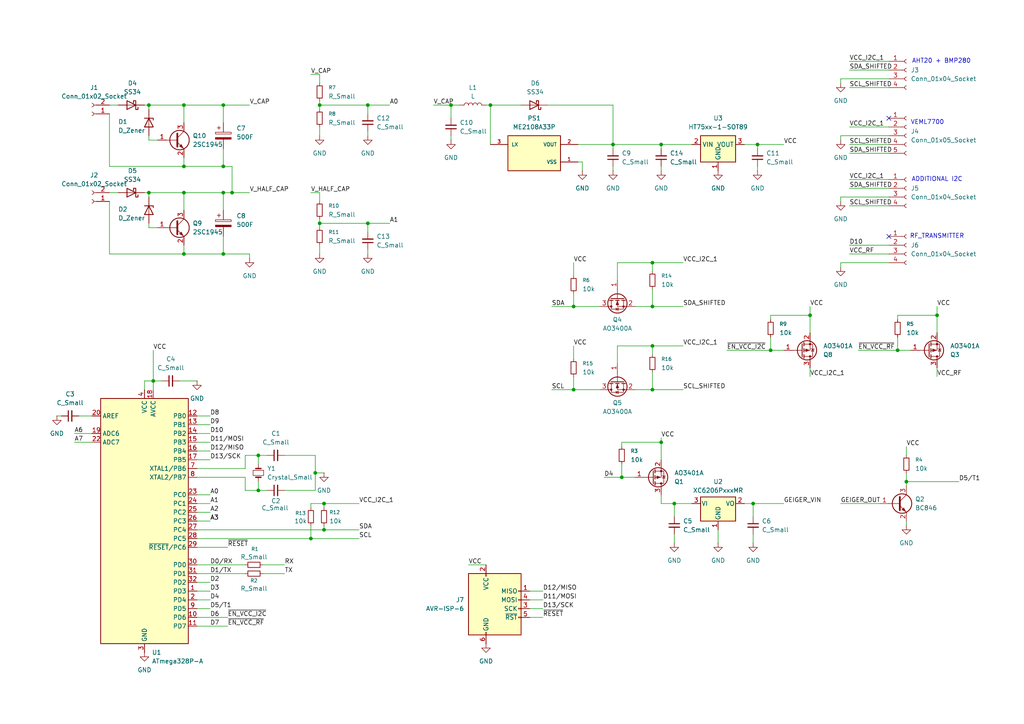
<source format=kicad_sch>
(kicad_sch (version 20250114) (generator "eeschema") (generator_version "9.0")
  (paper "A4")
  (lib_symbols
    (symbol "Connector:AVR-ISP-6" (pin_names (offset 1.016))
      (property "Reference" "J" (at -6.35 11.43 0))
      (property "Value" "AVR-ISP-6" (at 0 11.43 0))
      (symbol "AVR-ISP-6_1_1"
        (pin passive line (at -2.54 12.7 270) (length 2.54) (name "VCC") (number "2"))
        (pin passive line (at -2.54 -10.16 90) (length 2.54) (name "GND") (number "6"))
        (pin passive line (at 10.16 5.08 180) (length 2.54) (name "MISO") (number "1"))
        (pin passive line (at 10.16 2.54 180) (length 2.54) (name "MOSI") (number "4"))
        (pin passive line (at 10.16 0 180) (length 2.54) (name "SCK") (number "3"))
        (pin passive line (at 10.16 -2.54 180) (length 2.54) (name "~{RST}") (number "5"))
      )
    )
    (symbol "Connector:Conn_01x02_Socket" (pin_names (offset 1.016) (hide yes))
      (property "Reference" "J" (at 0 2.54 0))
      (property "Value" "Conn_01x02_Socket" (at 0 -5.08 0))
      (symbol "Conn_01x02_Socket_1_1"
        (pin passive line (at -5.08 0 0) (length 3.81) (name "Pin_1") (number "1"))
        (pin passive line (at -5.08 -2.54 0) (length 3.81) (name "Pin_2") (number "2"))
      )
    )
    (symbol "Connector:Conn_01x04_Socket" (pin_names (offset 1.016) (hide yes))
      (property "Reference" "J" (at 0 5.08 0))
      (property "Value" "Conn_01x04_Socket" (at 0 -7.62 0))
      (symbol "Conn_01x04_Socket_1_1"
        (pin passive line (at -5.08 2.54 0) (length 3.81) (name "Pin_1") (number "1"))
        (pin passive line (at -5.08 0 0) (length 3.81) (name "Pin_2") (number "2"))
        (pin passive line (at -5.08 -2.54 0) (length 3.81) (name "Pin_3") (number "3"))
        (pin passive line (at -5.08 -5.08 0) (length 3.81) (name "Pin_4") (number "4"))
      )
    )
    (symbol "Connector:Conn_01x05_Socket" (pin_names (offset 1.016) (hide yes))
      (property "Reference" "J" (at 0 7.62 0))
      (property "Value" "Conn_01x05_Socket" (at 0 -7.62 0))
      (symbol "Conn_01x05_Socket_1_1"
        (pin passive line (at -5.08 5.08 0) (length 3.81) (name "Pin_1") (number "1"))
        (pin passive line (at -5.08 2.54 0) (length 3.81) (name "Pin_2") (number "2"))
        (pin passive line (at -5.08 0 0) (length 3.81) (name "Pin_3") (number "3"))
        (pin passive line (at -5.08 -2.54 0) (length 3.81) (name "Pin_4") (number "4"))
        (pin passive line (at -5.08 -5.08 0) (length 3.81) (name "Pin_5") (number "5"))
      )
    )
    (symbol "Device:C_Polarized" (pin_numbers (hide yes)) (pin_names (offset 0.254))
      (property "Reference" "C" (at 0.635 2.54 0))
      (property "Value" "C_Polarized" (at 0.635 -2.54 0))
      (symbol "C_Polarized_1_1"
        (pin passive line (at 0 3.81 270) (length 2.794) (name "~") (number "1"))
        (pin passive line (at 0 -3.81 90) (length 2.794) (name "~") (number "2"))
      )
    )
    (symbol "Device:C_Small" (pin_numbers (hide yes)) (pin_names (offset 0.254) (hide yes))
      (property "Reference" "C" (at 0.254 1.778 0))
      (property "Value" "C_Small" (at 0.254 -2.032 0))
      (symbol "C_Small_1_1"
        (pin passive line (at 0 2.54 270) (length 2.032) (name "~") (number "1"))
        (pin passive line (at 0 -2.54 90) (length 2.032) (name "~") (number "2"))
      )
    )
    (symbol "Device:Crystal_Small" (pin_numbers (hide yes)) (pin_names (offset 1.016) (hide yes))
      (property "Reference" "Y" (at 0 2.54 0))
      (property "Value" "Crystal_Small" (at 0 -2.54 0))
      (symbol "Crystal_Small_1_1"
        (pin passive line (at -2.54 0 0) (length 1.27) (name "1") (number "1"))
        (pin passive line (at 2.54 0 180) (length 1.27) (name "2") (number "2"))
      )
    )
    (symbol "Device:D_Zener" (pin_numbers (hide yes)) (pin_names (offset 1.016) (hide yes))
      (property "Reference" "D" (at 0 2.54 0))
      (property "Value" "D_Zener" (at 0 -2.54 0))
      (symbol "D_Zener_1_1"
        (pin passive line (at -3.81 0 0) (length 2.54) (name "K") (number "1"))
        (pin passive line (at 3.81 0 180) (length 2.54) (name "A") (number "2"))
      )
    )
    (symbol "Device:L" (pin_numbers (hide yes)) (pin_names (offset 1.016) (hide yes))
      (property "Reference" "L" (at -1.27 0 90))
      (property "Value" "L" (at 1.905 0 90))
      (symbol "L_1_1"
        (pin passive line (at 0 3.81 270) (length 1.27) (name "1") (number "1"))
        (pin passive line (at 0 -3.81 90) (length 1.27) (name "2") (number "2"))
      )
    )
    (symbol "Device:R_Small" (pin_numbers (hide yes)) (pin_names (offset 0.254) (hide yes))
      (property "Reference" "R" (at 0 0 90))
      (property "Value" "R_Small" (at 1.778 0 90))
      (symbol "R_Small_1_1"
        (pin passive line (at 0 2.54 270) (length 0.762) (name "~") (number "1"))
        (pin passive line (at 0 -2.54 90) (length 0.762) (name "~") (number "2"))
      )
    )
    (symbol "Diode:SS34" (pin_numbers (hide yes)) (pin_names (offset 1.016) (hide yes))
      (property "Reference" "D" (at 0 2.54 0))
      (property "Value" "SS34" (at 0 -2.54 0))
      (symbol "SS34_1_1"
        (pin passive line (at -3.81 0 0) (length 2.54) (name "K") (number "1"))
        (pin passive line (at 3.81 0 180) (length 2.54) (name "A") (number "2"))
      )
    )
    (symbol "MCU_Microchip_ATmega:ATmega328P-A"
      (property "Reference" "U" (at -12.7 36.83 0))
      (property "Value" "ATmega328P-A" (at 2.54 -36.83 0))
      (symbol "ATmega328P-A_1_1"
        (pin passive line (at -15.24 30.48 0) (length 2.54) (name "AREF") (number "20"))
        (pin input line (at -15.24 25.4 0) (length 2.54) (name "ADC6") (number "19"))
        (pin input line (at -15.24 22.86 0) (length 2.54) (name "ADC7") (number "22"))
        (pin power_in line (at 0 38.1 270) (length 2.54) (name "VCC") (number "4"))
        (pin passive line (at 0 38.1 270) (length 2.54) (hide yes) (name "VCC") (number "6"))
        (pin passive line (at 0 -38.1 90) (length 2.54) (hide yes) (name "GND") (number "21"))
        (pin power_in line (at 0 -38.1 90) (length 2.54) (name "GND") (number "3"))
        (pin passive line (at 0 -38.1 90) (length 2.54) (hide yes) (name "GND") (number "5"))
        (pin power_in line (at 2.54 38.1 270) (length 2.54) (name "AVCC") (number "18"))
        (pin bidirectional line (at 15.24 30.48 180) (length 2.54) (name "PB0") (number "12"))
        (pin bidirectional line (at 15.24 27.94 180) (length 2.54) (name "PB1") (number "13"))
        (pin bidirectional line (at 15.24 25.4 180) (length 2.54) (name "PB2") (number "14"))
        (pin bidirectional line (at 15.24 22.86 180) (length 2.54) (name "PB3") (number "15"))
        (pin bidirectional line (at 15.24 20.32 180) (length 2.54) (name "PB4") (number "16"))
        (pin bidirectional line (at 15.24 17.78 180) (length 2.54) (name "PB5") (number "17"))
        (pin bidirectional line (at 15.24 15.24 180) (length 2.54) (name "XTAL1/PB6") (number "7"))
        (pin bidirectional line (at 15.24 12.7 180) (length 2.54) (name "XTAL2/PB7") (number "8"))
        (pin bidirectional line (at 15.24 7.62 180) (length 2.54) (name "PC0") (number "23"))
        (pin bidirectional line (at 15.24 5.08 180) (length 2.54) (name "PC1") (number "24"))
        (pin bidirectional line (at 15.24 2.54 180) (length 2.54) (name "PC2") (number "25"))
        (pin bidirectional line (at 15.24 0 180) (length 2.54) (name "PC3") (number "26"))
        (pin bidirectional line (at 15.24 -2.54 180) (length 2.54) (name "PC4") (number "27"))
        (pin bidirectional line (at 15.24 -5.08 180) (length 2.54) (name "PC5") (number "28"))
        (pin bidirectional line (at 15.24 -7.62 180) (length 2.54) (name "~{RESET}/PC6") (number "29"))
        (pin bidirectional line (at 15.24 -12.7 180) (length 2.54) (name "PD0") (number "30"))
        (pin bidirectional line (at 15.24 -15.24 180) (length 2.54) (name "PD1") (number "31"))
        (pin bidirectional line (at 15.24 -17.78 180) (length 2.54) (name "PD2") (number "32"))
        (pin bidirectional line (at 15.24 -20.32 180) (length 2.54) (name "PD3") (number "1"))
        (pin bidirectional line (at 15.24 -22.86 180) (length 2.54) (name "PD4") (number "2"))
        (pin bidirectional line (at 15.24 -25.4 180) (length 2.54) (name "PD5") (number "9"))
        (pin bidirectional line (at 15.24 -27.94 180) (length 2.54) (name "PD6") (number "10"))
        (pin bidirectional line (at 15.24 -30.48 180) (length 2.54) (name "PD7") (number "11"))
      )
    )
    (symbol "ME2108A33P:ME2108A33P" (pin_names (offset 1.016))
      (property "Reference" "PS" (at -7.62 5.842 0))
      (property "Value" "ME2108A33P" (at -7.62 -5.842 0))
      (symbol "ME2108A33P_0_0"
        (pin input line (at -12.7 2.54 0) (length 5.08) (name "LX") (number "3"))
        (pin output line (at 12.7 2.54 180) (length 5.08) (name "VOUT") (number "2"))
        (pin power_in line (at 12.7 -2.54 180) (length 5.08) (name "VSS") (number "1"))
      )
    )
    (symbol "Regulator_Linear:HT75xx-1-SOT89"
      (property "Reference" "U" (at -5.08 -3.81 0))
      (property "Value" "HT75xx-1-SOT89" (at 0 6.35 0))
      (symbol "HT75xx-1-SOT89_1_1"
        (pin power_in line (at -7.62 2.54 0) (length 2.54) (name "VIN") (number "2"))
        (pin power_in line (at 0 -5.08 90) (length 2.54) (name "GND") (number "1"))
        (pin power_out line (at 7.62 2.54 180) (length 2.54) (name "VOUT") (number "3"))
      )
    )
    (symbol "Regulator_Linear:XC6206PxxxMR" (pin_names (offset 0.254))
      (property "Reference" "U" (at -3.81 3.175 0))
      (property "Value" "XC6206PxxxMR" (at 0 3.175 0))
      (symbol "XC6206PxxxMR_1_1"
        (pin power_in line (at -7.62 0 0) (length 2.54) (name "VI") (number "3"))
        (pin power_in line (at 0 -7.62 90) (length 2.54) (name "GND") (number "1"))
        (pin power_out line (at 7.62 0 180) (length 2.54) (name "VO") (number "2"))
      )
    )
    (symbol "Transistor_BJT:2SC1945" (pin_names (offset 0) (hide yes))
      (property "Reference" "Q" (at 5.08 1.905 0))
      (property "Value" "2SC1945" (at 5.08 0 0))
      (symbol "2SC1945_1_1"
        (pin input line (at -5.08 0 0) (length 2.54) (name "B") (number "1"))
        (pin passive line (at 2.54 5.08 270) (length 2.54) (name "C") (number "3"))
        (pin passive line (at 2.54 -5.08 90) (length 2.54) (name "E") (number "2"))
      )
    )
    (symbol "Transistor_BJT:BC846" (pin_names (offset 0) (hide yes))
      (property "Reference" "Q" (at 5.08 1.905 0))
      (property "Value" "BC846" (at 5.08 0 0))
      (symbol "BC846_1_1"
        (pin input line (at -5.08 0 0) (length 2.54) (name "B") (number "1"))
        (pin passive line (at 2.54 5.08 270) (length 2.54) (name "C") (number "3"))
        (pin passive line (at 2.54 -5.08 90) (length 2.54) (name "E") (number "2"))
      )
    )
    (symbol "Transistor_FET:AO3400A" (pin_names (offset 0) (hide yes))
      (property "Reference" "Q" (at 5.08 1.905 0))
      (property "Value" "AO3400A" (at 5.08 0 0))
      (symbol "AO3400A_1_1"
        (pin input line (at -5.08 0 0) (length 2.54) (name "G") (number "1"))
        (pin passive line (at 2.54 5.08 270) (length 2.54) (name "D") (number "3"))
        (pin passive line (at 2.54 -5.08 90) (length 2.54) (name "S") (number "2"))
      )
    )
    (symbol "Transistor_FET:AO3401A" (pin_names (hide yes))
      (property "Reference" "Q" (at 5.08 1.905 0))
      (property "Value" "AO3401A" (at 5.08 0 0))
      (symbol "AO3401A_1_1"
        (pin input line (at -5.08 0 0) (length 2.54) (name "G") (number "1"))
        (pin passive line (at 2.54 5.08 270) (length 2.54) (name "D") (number "3"))
        (pin passive line (at 2.54 -5.08 90) (length 2.54) (name "S") (number "2"))
      )
    )
    (symbol "power:GND" (power) (pin_numbers (hide yes)) (pin_names (offset 0) (hide yes))
      (property "Value" "GND" (at 0 -3.81 0))
      (symbol "GND_1_1"
        (pin power_in line (at 0 0 270) (length 0) (name "~") (number "1"))
      )
    )
  )
  (text "RF_TRANSMITTER" (at 271.78 68.58 0) (effects (font (size 1.27 1.27))))
  (text "VEML7700\n" (at 268.986 35.56 0) (effects (font (size 1.27 1.27))))
  (text "AHT20 + BMP280" (at 273.05 17.78 0) (effects (font (size 1.27 1.27))))
  (text "ADDITIONAL I2C" (at 271.78 52.07 0) (effects (font (size 1.27 1.27))))
  (junction (at 219.71 41.91))
  (junction (at 90.17 156.21))
  (junction (at 234.95 91.44))
  (junction (at 191.77 128.27))
  (junction (at 189.23 76.2))
  (junction (at 218.44 146.05))
  (junction (at 44.45 110.49))
  (junction (at 189.23 88.9))
  (junction (at 53.34 30.48))
  (junction (at 189.23 113.03))
  (junction (at 43.18 30.48))
  (junction (at 106.68 30.48))
  (junction (at 166.37 88.9))
  (junction (at 64.77 55.88))
  (junction (at 106.68 64.77))
  (junction (at 53.34 55.88))
  (junction (at 223.52 101.6))
  (junction (at 180.34 138.43))
  (junction (at 271.78 91.44))
  (junction (at 130.81 30.48))
  (junction (at 93.98 146.05))
  (junction (at 195.58 146.05))
  (junction (at 64.77 30.48))
  (junction (at 64.77 48.26))
  (junction (at 53.34 73.66))
  (junction (at 43.18 55.88))
  (junction (at 92.71 30.48))
  (junction (at 92.71 64.77))
  (junction (at 260.35 101.6))
  (junction (at 166.37 113.03))
  (junction (at 74.93 142.24))
  (junction (at 93.98 153.67))
  (junction (at 53.34 48.26))
  (junction (at 64.77 73.66))
  (junction (at 91.44 137.16))
  (junction (at 191.77 41.91))
  (junction (at 262.89 139.7))
  (junction (at 74.93 132.08))
  (junction (at 177.8 41.91))
  (junction (at 142.24 30.48))
  (junction (at 189.23 100.33))
  (junction (at 67.31 55.88))
  (no_connect (at 257.81 34.29))
  (no_connect (at 257.81 68.58))
  (wire (pts (xy 74.93 139.7) (xy 74.93 142.24)))
  (wire (pts (xy 208.28 153.67) (xy 208.28 157.48)))
  (wire (pts (xy 246.38 59.69) (xy 257.81 59.69)))
  (wire (pts (xy 177.8 30.48) (xy 177.8 41.91)))
  (wire (pts (xy 189.23 88.9) (xy 198.12 88.9)))
  (wire (pts (xy 166.37 80.01) (xy 166.37 76.2)))
  (wire (pts (xy 90.17 152.4) (xy 90.17 156.21)))
  (wire (pts (xy 260.35 101.6) (xy 264.16 101.6)))
  (wire (pts (xy 223.52 92.71) (xy 223.52 91.44)))
  (wire (pts (xy 246.38 36.83) (xy 257.81 36.83)))
  (wire (pts (xy 16.51 120.65) (xy 17.78 120.65)))
  (wire (pts (xy 106.68 64.77) (xy 106.68 67.31)))
  (wire (pts (xy 57.15 173.99) (xy 60.96 173.99)))
  (wire (pts (xy 53.34 73.66) (xy 31.75 73.66)))
  (wire (pts (xy 64.77 43.18) (xy 64.77 48.26)))
  (wire (pts (xy 166.37 113.03) (xy 173.99 113.03)))
  (wire (pts (xy 223.52 101.6) (xy 227.33 101.6)))
  (wire (pts (xy 74.93 132.08) (xy 74.93 134.62)))
  (wire (pts (xy 153.67 173.99) (xy 157.48 173.99)))
  (wire (pts (xy 223.52 91.44) (xy 234.95 91.44)))
  (wire (pts (xy 191.77 128.27) (xy 191.77 133.35)))
  (wire (pts (xy 219.71 41.91) (xy 227.33 41.91)))
  (wire (pts (xy 92.71 30.48) (xy 92.71 31.75)))
  (wire (pts (xy 57.15 158.75) (xy 66.04 158.75)))
  (wire (pts (xy 57.15 181.61) (xy 66.04 181.61)))
  (wire (pts (xy 246.38 44.45) (xy 257.81 44.45)))
  (wire (pts (xy 218.44 146.05) (xy 227.33 146.05)))
  (wire (pts (xy 260.35 97.79) (xy 260.35 101.6)))
  (wire (pts (xy 71.12 132.08) (xy 74.93 132.08)))
  (wire (pts (xy 41.91 55.88) (xy 43.18 55.88)))
  (wire (pts (xy 140.97 30.48) (xy 142.24 30.48)))
  (wire (pts (xy 219.71 41.91) (xy 219.71 43.18)))
  (wire (pts (xy 106.68 64.77) (xy 113.03 64.77)))
  (wire (pts (xy 243.84 39.37) (xy 257.81 39.37)))
  (wire (pts (xy 191.77 127) (xy 191.77 128.27)))
  (wire (pts (xy 243.84 146.05) (xy 255.27 146.05)))
  (wire (pts (xy 262.89 129.54) (xy 262.89 132.08)))
  (wire (pts (xy 57.15 176.53) (xy 60.96 176.53)))
  (wire (pts (xy 22.86 120.65) (xy 26.67 120.65)))
  (wire (pts (xy 243.84 76.2) (xy 243.84 77.47)))
  (wire (pts (xy 57.15 163.83) (xy 71.12 163.83)))
  (wire (pts (xy 57.15 179.07) (xy 66.04 179.07)))
  (wire (pts (xy 43.18 57.15) (xy 43.18 55.88)))
  (wire (pts (xy 177.8 48.26) (xy 177.8 49.53)))
  (wire (pts (xy 53.34 55.88) (xy 53.34 60.96)))
  (wire (pts (xy 92.71 55.88) (xy 92.71 58.42)))
  (wire (pts (xy 125.73 30.48) (xy 130.81 30.48)))
  (wire (pts (xy 106.68 38.1) (xy 106.68 39.37)))
  (wire (pts (xy 153.67 171.45) (xy 157.48 171.45)))
  (wire (pts (xy 158.75 30.48) (xy 177.8 30.48)))
  (wire (pts (xy 82.55 142.24) (xy 91.44 142.24)))
  (wire (pts (xy 195.58 146.05) (xy 195.58 149.86)))
  (wire (pts (xy 218.44 146.05) (xy 218.44 149.86)))
  (wire (pts (xy 57.15 166.37) (xy 71.12 166.37)))
  (wire (pts (xy 57.15 153.67) (xy 93.98 153.67)))
  (wire (pts (xy 243.84 22.86) (xy 243.84 24.13)))
  (wire (pts (xy 57.15 143.51) (xy 60.96 143.51)))
  (wire (pts (xy 180.34 134.62) (xy 180.34 138.43)))
  (wire (pts (xy 93.98 146.05) (xy 104.14 146.05)))
  (wire (pts (xy 177.8 41.91) (xy 191.77 41.91)))
  (wire (pts (xy 189.23 107.95) (xy 189.23 113.03)))
  (wire (pts (xy 92.71 64.77) (xy 106.68 64.77)))
  (wire (pts (xy 262.89 139.7) (xy 278.13 139.7)))
  (wire (pts (xy 262.89 137.16) (xy 262.89 139.7)))
  (wire (pts (xy 82.55 132.08) (xy 91.44 132.08)))
  (wire (pts (xy 43.18 30.48) (xy 53.34 30.48)))
  (wire (pts (xy 189.23 83.82) (xy 189.23 88.9)))
  (wire (pts (xy 191.77 41.91) (xy 200.66 41.91)))
  (wire (pts (xy 166.37 109.22) (xy 166.37 113.03)))
  (wire (pts (xy 57.15 135.89) (xy 71.12 135.89)))
  (wire (pts (xy 57.15 120.65) (xy 60.96 120.65)))
  (wire (pts (xy 43.18 40.64) (xy 45.72 40.64)))
  (wire (pts (xy 243.84 57.15) (xy 243.84 58.42)))
  (wire (pts (xy 189.23 100.33) (xy 198.12 100.33)))
  (wire (pts (xy 219.71 48.26) (xy 219.71 49.53)))
  (wire (pts (xy 53.34 55.88) (xy 64.77 55.88)))
  (wire (pts (xy 130.81 39.37) (xy 130.81 40.64)))
  (wire (pts (xy 90.17 21.59) (xy 92.71 21.59)))
  (wire (pts (xy 52.07 110.49) (xy 57.15 110.49)))
  (wire (pts (xy 21.59 128.27) (xy 26.67 128.27)))
  (wire (pts (xy 92.71 36.83) (xy 92.71 39.37)))
  (wire (pts (xy 93.98 152.4) (xy 93.98 153.67)))
  (wire (pts (xy 76.2 163.83) (xy 82.55 163.83)))
  (wire (pts (xy 53.34 48.26) (xy 64.77 48.26)))
  (wire (pts (xy 57.15 138.43) (xy 71.12 138.43)))
  (wire (pts (xy 246.38 20.32) (xy 257.81 20.32)))
  (wire (pts (xy 64.77 73.66) (xy 72.39 73.66)))
  (wire (pts (xy 130.81 30.48) (xy 130.81 34.29)))
  (wire (pts (xy 64.77 55.88) (xy 67.31 55.88)))
  (wire (pts (xy 195.58 146.05) (xy 200.66 146.05)))
  (wire (pts (xy 271.78 106.68) (xy 271.78 109.22)))
  (wire (pts (xy 44.45 110.49) (xy 46.99 110.49)))
  (wire (pts (xy 175.26 138.43) (xy 180.34 138.43)))
  (wire (pts (xy 57.15 128.27) (xy 60.96 128.27)))
  (wire (pts (xy 76.2 166.37) (xy 82.55 166.37)))
  (wire (pts (xy 195.58 154.94) (xy 195.58 157.48)))
  (wire (pts (xy 166.37 88.9) (xy 173.99 88.9)))
  (wire (pts (xy 21.59 125.73) (xy 26.67 125.73)))
  (wire (pts (xy 142.24 30.48) (xy 142.24 41.91)))
  (wire (pts (xy 64.77 68.58) (xy 64.77 73.66)))
  (wire (pts (xy 215.9 146.05) (xy 218.44 146.05)))
  (wire (pts (xy 179.07 100.33) (xy 189.23 100.33)))
  (wire (pts (xy 191.77 48.26) (xy 191.77 49.53)))
  (wire (pts (xy 248.92 101.6) (xy 260.35 101.6)))
  (wire (pts (xy 215.9 41.91) (xy 219.71 41.91)))
  (wire (pts (xy 246.38 52.07) (xy 257.81 52.07)))
  (wire (pts (xy 92.71 21.59) (xy 92.71 24.13)))
  (wire (pts (xy 31.75 30.48) (xy 34.29 30.48)))
  (wire (pts (xy 179.07 76.2) (xy 179.07 81.28)))
  (wire (pts (xy 71.12 135.89) (xy 71.12 132.08)))
  (wire (pts (xy 53.34 30.48) (xy 64.77 30.48)))
  (wire (pts (xy 223.52 97.79) (xy 223.52 101.6)))
  (wire (pts (xy 93.98 146.05) (xy 93.98 147.32)))
  (wire (pts (xy 243.84 39.37) (xy 243.84 40.64)))
  (wire (pts (xy 57.15 156.21) (xy 90.17 156.21)))
  (wire (pts (xy 43.18 64.77) (xy 43.18 66.04)))
  (wire (pts (xy 243.84 76.2) (xy 257.81 76.2)))
  (wire (pts (xy 191.77 41.91) (xy 191.77 43.18)))
  (wire (pts (xy 91.44 132.08) (xy 91.44 137.16)))
  (wire (pts (xy 64.77 48.26) (xy 67.31 48.26)))
  (wire (pts (xy 246.38 54.61) (xy 257.81 54.61)))
  (wire (pts (xy 160.02 113.03) (xy 166.37 113.03)))
  (wire (pts (xy 191.77 146.05) (xy 195.58 146.05)))
  (wire (pts (xy 167.64 41.91) (xy 177.8 41.91)))
  (wire (pts (xy 53.34 45.72) (xy 53.34 48.26)))
  (wire (pts (xy 44.45 113.03) (xy 44.45 110.49)))
  (wire (pts (xy 43.18 39.37) (xy 43.18 40.64)))
  (wire (pts (xy 234.95 88.9) (xy 234.95 91.44)))
  (wire (pts (xy 64.77 55.88) (xy 64.77 60.96)))
  (wire (pts (xy 189.23 76.2) (xy 198.12 76.2)))
  (wire (pts (xy 41.91 110.49) (xy 44.45 110.49)))
  (wire (pts (xy 153.67 179.07) (xy 157.48 179.07)))
  (wire (pts (xy 180.34 128.27) (xy 191.77 128.27)))
  (wire (pts (xy 57.15 125.73) (xy 60.96 125.73)))
  (wire (pts (xy 64.77 30.48) (xy 64.77 35.56)))
  (wire (pts (xy 92.71 71.12) (xy 92.71 73.66)))
  (wire (pts (xy 92.71 30.48) (xy 106.68 30.48)))
  (wire (pts (xy 177.8 41.91) (xy 177.8 43.18)))
  (wire (pts (xy 179.07 100.33) (xy 179.07 105.41)))
  (wire (pts (xy 44.45 101.6) (xy 44.45 110.49)))
  (wire (pts (xy 246.38 71.12) (xy 257.81 71.12)))
  (wire (pts (xy 90.17 55.88) (xy 92.71 55.88)))
  (wire (pts (xy 57.15 123.19) (xy 60.96 123.19)))
  (wire (pts (xy 90.17 147.32) (xy 90.17 146.05)))
  (wire (pts (xy 90.17 146.05) (xy 93.98 146.05)))
  (wire (pts (xy 246.38 73.66) (xy 257.81 73.66)))
  (wire (pts (xy 57.15 148.59) (xy 60.96 148.59)))
  (wire (pts (xy 166.37 104.14) (xy 166.37 100.33)))
  (wire (pts (xy 53.34 30.48) (xy 53.34 35.56)))
  (wire (pts (xy 92.71 63.5) (xy 92.71 64.77)))
  (wire (pts (xy 243.84 57.15) (xy 257.81 57.15)))
  (wire (pts (xy 57.15 130.81) (xy 60.96 130.81)))
  (wire (pts (xy 180.34 129.54) (xy 180.34 128.27)))
  (wire (pts (xy 168.91 46.99) (xy 168.91 49.53)))
  (wire (pts (xy 130.81 30.48) (xy 133.35 30.48)))
  (wire (pts (xy 166.37 85.09) (xy 166.37 88.9)))
  (wire (pts (xy 246.38 41.91) (xy 257.81 41.91)))
  (wire (pts (xy 106.68 30.48) (xy 113.03 30.48)))
  (wire (pts (xy 167.64 46.99) (xy 168.91 46.99)))
  (wire (pts (xy 262.89 151.13) (xy 262.89 152.4)))
  (wire (pts (xy 135.89 163.83) (xy 140.97 163.83)))
  (wire (pts (xy 160.02 88.9) (xy 166.37 88.9)))
  (wire (pts (xy 71.12 138.43) (xy 71.12 142.24)))
  (wire (pts (xy 189.23 100.33) (xy 189.23 102.87)))
  (wire (pts (xy 72.39 73.66) (xy 72.39 74.93)))
  (wire (pts (xy 106.68 72.39) (xy 106.68 73.66)))
  (wire (pts (xy 91.44 137.16) (xy 93.98 137.16)))
  (wire (pts (xy 90.17 156.21) (xy 104.14 156.21)))
  (wire (pts (xy 92.71 64.77) (xy 92.71 66.04)))
  (wire (pts (xy 246.38 25.4) (xy 257.81 25.4)))
  (wire (pts (xy 57.15 146.05) (xy 60.96 146.05)))
  (wire (pts (xy 53.34 48.26) (xy 31.75 48.26)))
  (wire (pts (xy 142.24 30.48) (xy 151.13 30.48)))
  (wire (pts (xy 271.78 91.44) (xy 271.78 96.52)))
  (wire (pts (xy 31.75 55.88) (xy 34.29 55.88)))
  (wire (pts (xy 246.38 17.78) (xy 257.81 17.78)))
  (wire (pts (xy 184.15 113.03) (xy 189.23 113.03)))
  (wire (pts (xy 43.18 66.04) (xy 45.72 66.04)))
  (wire (pts (xy 260.35 92.71) (xy 260.35 91.44)))
  (wire (pts (xy 92.71 29.21) (xy 92.71 30.48)))
  (wire (pts (xy 53.34 71.12) (xy 53.34 73.66)))
  (wire (pts (xy 41.91 30.48) (xy 43.18 30.48)))
  (wire (pts (xy 71.12 142.24) (xy 74.93 142.24)))
  (wire (pts (xy 43.18 31.75) (xy 43.18 30.48)))
  (wire (pts (xy 180.34 138.43) (xy 184.15 138.43)))
  (wire (pts (xy 74.93 132.08) (xy 77.47 132.08)))
  (wire (pts (xy 234.95 106.68) (xy 234.95 109.22)))
  (wire (pts (xy 31.75 58.42) (xy 31.75 73.66)))
  (wire (pts (xy 93.98 153.67) (xy 104.14 153.67)))
  (wire (pts (xy 179.07 76.2) (xy 189.23 76.2)))
  (wire (pts (xy 67.31 55.88) (xy 72.39 55.88)))
  (wire (pts (xy 210.82 101.6) (xy 223.52 101.6)))
  (wire (pts (xy 218.44 154.94) (xy 218.44 157.48)))
  (wire (pts (xy 106.68 30.48) (xy 106.68 33.02)))
  (wire (pts (xy 74.93 142.24) (xy 77.47 142.24)))
  (wire (pts (xy 184.15 88.9) (xy 189.23 88.9)))
  (wire (pts (xy 43.18 55.88) (xy 53.34 55.88)))
  (wire (pts (xy 57.15 168.91) (xy 60.96 168.91)))
  (wire (pts (xy 57.15 133.35) (xy 60.96 133.35)))
  (wire (pts (xy 64.77 30.48) (xy 72.39 30.48)))
  (wire (pts (xy 53.34 73.66) (xy 64.77 73.66)))
  (wire (pts (xy 67.31 48.26) (xy 67.31 55.88)))
  (wire (pts (xy 191.77 143.51) (xy 191.77 146.05)))
  (wire (pts (xy 260.35 91.44) (xy 271.78 91.44)))
  (wire (pts (xy 31.75 33.02) (xy 31.75 48.26)))
  (wire (pts (xy 234.95 91.44) (xy 234.95 96.52)))
  (wire (pts (xy 57.15 151.13) (xy 60.96 151.13)))
  (wire (pts (xy 189.23 76.2) (xy 189.23 78.74)))
  (wire (pts (xy 57.15 171.45) (xy 60.96 171.45)))
  (wire (pts (xy 271.78 88.9) (xy 271.78 91.44)))
  (wire (pts (xy 189.23 113.03) (xy 198.12 113.03)))
  (wire (pts (xy 243.84 22.86) (xy 257.81 22.86)))
  (wire (pts (xy 153.67 176.53) (xy 157.48 176.53)))
  (wire (pts (xy 91.44 137.16) (xy 91.44 142.24)))
  (wire (pts (xy 41.91 113.03) (xy 41.91 110.49)))
  (wire (pts (xy 262.89 139.7) (xy 262.89 140.97)))
  (label "D10" (at 60.96 125.73 0))
  (label "V_HALF_CAP" (at 72.39 55.88 0))
  (label "VCC_I2C_1" (at 246.38 36.83 0))
  (label "D1{slash}TX" (at 60.96 166.37 0))
  (label "GEIGER_OUT" (at 243.84 146.05 0))
  (label "D11{slash}MOSI" (at 157.48 173.99 0))
  (label "D2" (at 60.96 168.91 0))
  (label "D4" (at 60.96 173.99 0))
  (label "~{EN_VCC_RF}" (at 248.92 101.6 0))
  (label "V_CAP" (at 125.73 30.48 0))
  (label "~{EN_VCC_I2C}" (at 210.82 101.6 0))
  (label "VCC_I2C_1" (at 198.12 100.33 0))
  (label "SDA" (at 160.02 88.9 0))
  (label "SDA" (at 104.14 153.67 0))
  (label "V_CAP" (at 90.17 21.59 0))
  (label "SCL_SHIFTED" (at 198.12 113.03 0))
  (label "VCC_RF" (at 271.78 109.22 0))
  (label "D12{slash}MISO" (at 60.96 130.81 0))
  (label "SDA_SHIFTED" (at 198.12 88.9 0))
  (label "D8" (at 60.96 120.65 0))
  (label "VCC" (at 166.37 76.2 0))
  (label "SCL_SHIFTED" (at 246.38 59.69 0))
  (label "SCL" (at 104.14 156.21 0))
  (label "D5{slash}T1" (at 60.96 176.53 0))
  (label "D12{slash}MISO" (at 157.48 171.45 0))
  (label "A2" (at 60.96 148.59 0))
  (label "D3" (at 60.96 171.45 0))
  (label "VCC" (at 227.33 41.91 0))
  (label "A0" (at 60.96 143.51 0))
  (label "GEIGER_VIN" (at 227.33 146.05 0))
  (label "VCC" (at 262.89 129.54 0))
  (label "SDA_SHIFTED" (at 246.38 44.45 0))
  (label "D7" (at 60.96 181.61 0))
  (label "SDA_SHIFTED" (at 246.38 20.32 0))
  (label "V_HALF_CAP" (at 90.17 55.88 0))
  (label "~{EN_VCC_RF}" (at 66.04 181.61 0))
  (label "SCL_SHIFTED" (at 246.38 41.91 0))
  (label "VCC" (at 166.37 100.33 0))
  (label "V_CAP" (at 72.39 30.48 0))
  (label "VCC" (at 191.77 127 0))
  (label "SCL" (at 160.02 113.03 0))
  (label "VCC" (at 44.45 101.6 0))
  (label "VCC" (at 234.95 88.9 0))
  (label "A0" (at 113.03 30.48 0))
  (label "D11{slash}MOSI" (at 60.96 128.27 0))
  (label "TX" (at 82.55 166.37 0))
  (label "~{RESET}" (at 66.04 158.75 0))
  (label "D9" (at 60.96 123.19 0))
  (label "VCC_I2C_1" (at 234.95 109.22 0))
  (label "RX" (at 82.55 163.83 0))
  (label "D10" (at 246.38 71.12 0))
  (label "D0{slash}RX" (at 60.96 163.83 0))
  (label "D13{slash}SCK" (at 60.96 133.35 0))
  (label "VCC_I2C_1" (at 104.14 146.05 0))
  (label "VCC_I2C_1" (at 246.38 52.07 0))
  (label "SCL_SHIFTED" (at 246.38 25.4 0))
  (label "A7" (at 21.59 128.27 0))
  (label "A1" (at 60.96 146.05 0))
  (label "VCC_RF" (at 246.38 73.66 0))
  (label "D13{slash}SCK" (at 157.48 176.53 0))
  (label "VCC_I2C_1" (at 246.38 17.78 0))
  (label "A3" (at 60.96 151.13 0))
  (label "VCC_I2C_1" (at 198.12 76.2 0))
  (label "VCC" (at 135.89 163.83 0))
  (label "A1" (at 113.03 64.77 0))
  (label "~{RESET}" (at 157.48 179.07 0))
  (label "A3" (at 60.96 151.13 0))
  (label "D5{slash}T1" (at 278.13 139.7 0))
  (label "~{EN_VCC_I2C}" (at 66.04 179.07 0))
  (label "SDA_SHIFTED" (at 246.38 54.61 0))
  (label "D4" (at 175.26 138.43 0))
  (label "VCC" (at 271.78 88.9 0))
  (label "A6" (at 21.59 125.73 0))
  (label "D6" (at 60.96 179.07 0))
  (symbol (lib_id "power:GND") (at 195.58 157.48 0) (unit 1)
    (property "Reference" "#PWR05" (effects (hide yes)))
    (property "Value" "GND" (at 195.58 162.56 0))
    (property "Description" "Power symbol creates a global label with name \"GND\" , ground" (effects (hide yes)))
  )
  (symbol (lib_id "Device:C_Small") (at 177.8 45.72 180) (unit 1)
    (property "Reference" "C9" (at 180.34 44.4435 0) (effects (justify right)))
    (property "Value" "C_Small" (at 180.34 46.9835 0) (effects (justify right)))
    (property "Footprint" "Capacitor_SMD:C_1206_3216Metric" (effects (hide yes)))
    (property "Description" "Unpolarized capacitor, small symbol" (effects (hide yes)))
  )
  (symbol (lib_id "Device:R_Small") (at 93.98 149.86 180) (unit 1)
    (property "Reference" "R12" (at 95.504 148.59 0) (effects (font (size 1.016 1.016)) (justify right)))
    (property "Value" "10k" (at 95.504 151.13 0) (effects (justify right)))
    (property "Footprint" "Resistor_SMD:R_1206_3216Metric" (effects (hide yes)))
    (property "Description" "Resistor, small symbol" (effects (hide yes)))
  )
  (symbol (lib_id "Connector:Conn_01x04_Socket") (at 262.89 54.61 0) (unit 1)
    (property "Reference" "J5" (at 264.16 54.6099 0) (effects (justify left)))
    (property "Value" "Conn_01x04_Socket" (at 264.16 57.1499 0) (effects (justify left)))
    (property "Footprint" "Connector_PinHeader_2.54mm:PinHeader_1x04_P2.54mm_Vertical" (effects (hide yes)))
    (property "Description" "Generic connector, single row, 01x04, script generated" (effects (hide yes)))
  )
  (symbol (lib_id "power:GND") (at 208.28 157.48 0) (unit 1)
    (property "Reference" "#PWR07" (effects (hide yes)))
    (property "Value" "GND" (at 208.28 162.56 0))
    (property "Description" "Power symbol creates a global label with name \"GND\" , ground" (effects (hide yes)))
  )
  (symbol (lib_id "Transistor_FET:AO3401A") (at 269.24 101.6 0) (mirror x) (unit 1)
    (property "Reference" "Q3" (at 275.59 102.8701 0) (effects (justify left)))
    (property "Value" "AO3401A" (at 275.59 100.3301 0) (effects (justify left)))
    (property "Footprint" "Package_TO_SOT_SMD:SOT-23" (effects (hide yes)))
    (property "Datasheet" "http://www.aosmd.com/pdfs/datasheet/AO3401A.pdf" (effects (hide yes)))
    (property "Description" "-4.0A Id, -30V Vds, P-Channel MOSFET, SOT-23" (effects (hide yes)))
  )
  (symbol (lib_id "Device:D_Zener") (at 43.18 60.96 270) (unit 1)
    (property "Reference" "D2" (at 34.29 60.706 90) (effects (justify left)))
    (property "Value" "D_Zener" (at 34.29 63.246 90) (effects (justify left)))
    (property "Footprint" "Diode_SMD:D_MiniMELF" (effects (hide yes)))
    (property "Description" "Zener diode" (effects (hide yes)))
  )
  (symbol (lib_id "power:GND") (at 177.8 49.53 0) (unit 1)
    (property "Reference" "#PWR011" (effects (hide yes)))
    (property "Value" "GND" (at 177.8 54.61 0))
    (property "Description" "Power symbol creates a global label with name \"GND\" , ground" (effects (hide yes)))
  )
  (symbol (lib_id "power:GND") (at 243.84 24.13 0) (unit 1)
    (property "Reference" "#PWR020" (effects (hide yes)))
    (property "Value" "GND" (at 243.84 29.21 0))
    (property "Description" "Power symbol creates a global label with name \"GND\" , ground" (effects (hide yes)))
  )
  (symbol (lib_id "power:GND") (at 16.51 120.65 0) (unit 1)
    (property "Reference" "#PWR03" (effects (hide yes)))
    (property "Value" "GND" (at 16.51 125.73 0))
    (property "Description" "Power symbol creates a global label with name \"GND\" , ground" (effects (hide yes)))
  )
  (symbol (lib_id "Regulator_Linear:HT75xx-1-SOT89") (at 208.28 44.45 0) (unit 1)
    (property "Reference" "U3" (at 208.28 34.29 0))
    (property "Value" "HT75xx-1-SOT89" (at 208.28 36.83 0))
    (property "Footprint" "Package_TO_SOT_SMD:SOT-89-3" (effects (hide yes)))
    (property "Datasheet" "https://www.holtek.com/documents/10179/116711/HT75xx-1v250.pdf" (effects (hide yes)))
    (property "Description" "100mA Low Dropout Voltage Regulator, Fixed Output, SOT89" (effects (hide yes)))
  )
  (symbol (lib_id "Diode:SS34") (at 154.94 30.48 180) (unit 1)
    (property "Reference" "D6" (at 155.2575 24.13 0))
    (property "Value" "SS34" (at 155.2575 26.67 0))
    (property "Footprint" "Diode_SMD:D_SMA" (effects (hide yes)))
    (property "Datasheet" "https://www.vishay.com/docs/88751/ss32.pdf" (effects (hide yes)))
    (property "Description" "40V 3A Schottky Diode, SMA" (effects (hide yes)))
  )
  (symbol (lib_id "Device:C_Small") (at 106.68 35.56 180) (unit 1)
    (property "Reference" "C12" (at 109.22 34.2835 0) (effects (justify right)))
    (property "Value" "C_Small" (at 109.22 36.8235 0) (effects (justify right)))
    (property "Footprint" "Capacitor_SMD:C_1206_3216Metric" (effects (hide yes)))
    (property "Description" "Unpolarized capacitor, small symbol" (effects (hide yes)))
  )
  (symbol (lib_id "Device:R_Small") (at 92.71 68.58 180) (unit 1)
    (property "Reference" "R11" (at 95.25 67.3099 0) (effects (font (size 1.016 1.016)) (justify right)))
    (property "Value" "R_Small" (at 95.25 69.8499 0) (effects (justify right)))
    (property "Footprint" "Resistor_SMD:R_1206_3216Metric" (effects (hide yes)))
    (property "Description" "Resistor, small symbol" (effects (hide yes)))
  )
  (symbol (lib_id "power:GND") (at 243.84 40.64 0) (unit 1)
    (property "Reference" "#PWR019" (effects (hide yes)))
    (property "Value" "GND" (at 243.84 45.72 0))
    (property "Description" "Power symbol creates a global label with name \"GND\" , ground" (effects (hide yes)))
  )
  (symbol (lib_id "power:GND") (at 106.68 73.66 0) (unit 1)
    (property "Reference" "#PWR018" (effects (hide yes)))
    (property "Value" "GND" (at 106.68 78.74 0))
    (property "Description" "Power symbol creates a global label with name \"GND\" , ground" (effects (hide yes)))
  )
  (symbol (lib_id "Device:C_Small") (at 218.44 152.4 0) (unit 1)
    (property "Reference" "C6" (at 220.98 151.1362 0) (effects (justify left)))
    (property "Value" "C_Small" (at 220.98 153.6762 0) (effects (justify left)))
    (property "Footprint" "Capacitor_SMD:C_1206_3216Metric" (effects (hide yes)))
    (property "Description" "Unpolarized capacitor, small symbol" (effects (hide yes)))
  )
  (symbol (lib_id "Device:R_Small") (at 92.71 60.96 180) (unit 1)
    (property "Reference" "R10" (at 95.25 59.6899 0) (effects (font (size 1.016 1.016)) (justify right)))
    (property "Value" "R_Small" (at 95.25 62.2299 0) (effects (justify right)))
    (property "Footprint" "Resistor_SMD:R_1206_3216Metric" (effects (hide yes)))
    (property "Description" "Resistor, small symbol" (effects (hide yes)))
  )
  (symbol (lib_id "power:GND") (at 208.28 49.53 0) (unit 1)
    (property "Reference" "#PWR013" (effects (hide yes)))
    (property "Value" "GND" (at 208.28 54.61 0))
    (property "Description" "Power symbol creates a global label with name \"GND\" , ground" (effects (hide yes)))
  )
  (symbol (lib_id "Device:R_Small") (at 166.37 106.68 180) (unit 1)
    (property "Reference" "R15" (at 168.91 105.4099 0) (effects (font (size 1.016 1.016)) (justify right)))
    (property "Value" "10k" (at 168.91 107.9499 0) (effects (justify right)))
    (property "Footprint" "Resistor_SMD:R_1206_3216Metric" (effects (hide yes)))
    (property "Description" "Resistor, small symbol" (effects (hide yes)))
  )
  (symbol (lib_id "Device:R_Small") (at 73.66 163.83 90) (unit 1)
    (property "Reference" "R1" (at 73.914 159.258 90) (effects (font (size 1.016 1.016))))
    (property "Value" "R_Small" (at 73.66 161.544 90))
    (property "Footprint" "Resistor_SMD:R_1206_3216Metric" (effects (hide yes)))
    (property "Description" "Resistor, small symbol" (effects (hide yes)))
  )
  (symbol (lib_id "Connector:Conn_01x02_Socket") (at 26.67 33.02 180) (unit 1)
    (property "Reference" "J1" (at 27.305 25.4 0))
    (property "Value" "Conn_01x02_Socket" (at 27.305 27.94 0))
    (property "Footprint" "foot_prints:DoubleSolderWirePad_1x01_SMD_2x5mm" (effects (hide yes)))
    (property "Description" "Generic connector, single row, 01x02, script generated" (effects (hide yes)))
  )
  (symbol (lib_id "power:GND") (at 218.44 157.48 0) (unit 1)
    (property "Reference" "#PWR06" (effects (hide yes)))
    (property "Value" "GND" (at 218.44 162.56 0))
    (property "Description" "Power symbol creates a global label with name \"GND\" , ground" (effects (hide yes)))
  )
  (symbol (lib_id "Device:R_Small") (at 189.23 81.28 180) (unit 1)
    (property "Reference" "R14" (at 191.77 80.0099 0) (effects (font (size 1.016 1.016)) (justify right)))
    (property "Value" "10k" (at 191.77 82.5499 0) (effects (justify right)))
    (property "Footprint" "Resistor_SMD:R_1206_3216Metric" (effects (hide yes)))
    (property "Description" "Resistor, small symbol" (effects (hide yes)))
  )
  (symbol (lib_id "Device:C_Small") (at 80.01 142.24 90) (unit 1)
    (property "Reference" "C2" (at 80.01 145.288 90))
    (property "Value" "C_Small" (at 79.756 147.32 90))
    (property "Footprint" "Capacitor_SMD:C_1206_3216Metric" (effects (hide yes)))
    (property "Description" "Unpolarized capacitor, small symbol" (effects (hide yes)))
  )
  (symbol (lib_id "Connector:Conn_01x04_Socket") (at 262.89 20.32 0) (unit 1)
    (property "Reference" "J3" (at 264.16 20.3199 0) (effects (justify left)))
    (property "Value" "Conn_01x04_Socket" (at 264.16 22.8599 0) (effects (justify left)))
    (property "Footprint" "foot_prints:ATH20 + BMP280" (effects (hide yes)))
    (property "Description" "Generic connector, single row, 01x04, script generated" (effects (hide yes)))
  )
  (symbol (lib_id "Device:C_Small") (at 49.53 110.49 90) (unit 1)
    (property "Reference" "C4" (at 49.5363 104.14 90))
    (property "Value" "C_Small" (at 49.5363 106.68 90))
    (property "Footprint" "Capacitor_SMD:C_1206_3216Metric" (effects (hide yes)))
    (property "Description" "Unpolarized capacitor, small symbol" (effects (hide yes)))
  )
  (symbol (lib_id "power:GND") (at 168.91 49.53 0) (unit 1)
    (property "Reference" "#PWR010" (effects (hide yes)))
    (property "Value" "GND" (at 168.91 54.61 0))
    (property "Description" "Power symbol creates a global label with name \"GND\" , ground" (effects (hide yes)))
  )
  (symbol (lib_id "Regulator_Linear:XC6206PxxxMR") (at 208.28 146.05 0) (unit 1)
    (property "Reference" "U2" (at 208.28 139.7 0))
    (property "Value" "XC6206PxxxMR" (at 208.28 142.24 0))
    (property "Footprint" "Package_TO_SOT_SMD:SOT-23-3" (effects (hide yes)))
    (property "Datasheet" "https://www.torexsemi.com/file/xc6206/XC6206.pdf" (effects (hide yes)))
    (property "Description" "Positive 60-250mA Low Dropout Regulator, Fixed Output, SOT-23" (effects (hide yes)))
  )
  (symbol (lib_id "power:GND") (at 92.71 73.66 0) (unit 1)
    (property "Reference" "#PWR017" (effects (hide yes)))
    (property "Value" "GND" (at 92.71 78.74 0))
    (property "Description" "Power symbol creates a global label with name \"GND\" , ground" (effects (hide yes)))
  )
  (symbol (lib_id "Device:R_Small") (at 180.34 132.08 180) (unit 1)
    (property "Reference" "R3" (at 182.88 130.8099 0) (effects (font (size 1.016 1.016)) (justify right)))
    (property "Value" "10k" (at 182.88 133.3499 0) (effects (justify right)))
    (property "Footprint" "Resistor_SMD:R_1206_3216Metric" (effects (hide yes)))
    (property "Description" "Resistor, small symbol" (effects (hide yes)))
  )
  (symbol (lib_id "Connector:AVR-ISP-6") (at 143.51 176.53 0) (unit 1)
    (property "Reference" "J7" (at 134.62 173.9899 0) (effects (justify right)))
    (property "Value" "AVR-ISP-6" (at 134.62 176.5299 0) (effects (justify right)))
    (property "Footprint" "Connector_IDC:IDC-Header_2x03_P2.54mm_Vertical" (effects (hide yes)))
    (property "Description" "Atmel 6-pin ISP connector" (effects (hide yes)))
  )
  (symbol (lib_id "Device:R_Small") (at 189.23 105.41 180) (unit 1)
    (property "Reference" "R16" (at 191.77 104.1399 0) (effects (font (size 1.016 1.016)) (justify right)))
    (property "Value" "10k" (at 191.77 106.6799 0) (effects (justify right)))
    (property "Footprint" "Resistor_SMD:R_1206_3216Metric" (effects (hide yes)))
    (property "Description" "Resistor, small symbol" (effects (hide yes)))
  )
  (symbol (lib_id "MCU_Microchip_ATmega:ATmega328P-A") (at 41.91 151.13 0) (unit 1)
    (property "Reference" "U1" (at 44.0533 189.23 0) (effects (justify left)))
    (property "Value" "ATmega328P-A" (at 44.0533 191.77 0) (effects (justify left)))
    (property "Footprint" "Package_QFP:TQFP-32_7x7mm_P0.8mm" (effects (hide yes)))
    (property "Datasheet" "http://ww1.microchip.com/downloads/en/DeviceDoc/ATmega328_P%20AVR%20MCU%20with%20picoPower%20Technology%20Data%20Sheet%2040001984A.pdf" (effects (hide yes)))
    (property "Description" "20MHz, 32kB Flash, 2kB SRAM, 1kB EEPROM, TQFP-32" (effects (hide yes)))
  )
  (symbol (lib_id "Transistor_FET:AO3400A") (at 179.07 86.36 90) (mirror x) (unit 1)
    (property "Reference" "Q4" (at 179.07 92.71 90))
    (property "Value" "AO3400A" (at 179.07 95.25 90))
    (property "Footprint" "Package_TO_SOT_SMD:SOT-23" (effects (hide yes)))
    (property "Datasheet" "http://www.aosmd.com/pdfs/datasheet/AO3400A.pdf" (effects (hide yes)))
    (property "Description" "30V Vds, 5.7A Id, N-Channel MOSFET, SOT-23" (effects (hide yes)))
  )
  (symbol (lib_id "power:GND") (at 41.91 189.23 0) (unit 1)
    (property "Reference" "#PWR02" (effects (hide yes)))
    (property "Value" "GND" (at 41.91 194.31 0))
    (property "Description" "Power symbol creates a global label with name \"GND\" , ground" (effects (hide yes)))
  )
  (symbol (lib_id "Transistor_BJT:2SC1945") (at 50.8 40.64 0) (unit 1)
    (property "Reference" "Q10" (at 55.88 39.3699 0) (effects (justify left)))
    (property "Value" "2SC1945" (at 55.88 41.9099 0) (effects (justify left)))
    (property "Footprint" "Package_TO_SOT_THT:TO-220-3_Vertical" (effects (hide yes)))
    (property "Datasheet" "http://rtellason.com/transdata/2sc1945.pdf" (effects (hide yes)))
    (property "Description" "6A Ic, 80V Vce, Silicon 27MHz RF Power NPN Transistors, TO-220" (effects (hide yes)))
  )
  (symbol (lib_id "Device:R_Small") (at 166.37 82.55 180) (unit 1)
    (property "Reference" "R6" (at 168.91 81.2799 0) (effects (font (size 1.016 1.016)) (justify right)))
    (property "Value" "10k" (at 168.91 83.8199 0) (effects (justify right)))
    (property "Footprint" "Resistor_SMD:R_1206_3216Metric" (effects (hide yes)))
    (property "Description" "Resistor, small symbol" (effects (hide yes)))
  )
  (symbol (lib_id "Device:R_Small") (at 92.71 26.67 180) (unit 1)
    (property "Reference" "R7" (at 95.25 25.3999 0) (effects (font (size 1.016 1.016)) (justify right)))
    (property "Value" "R_Small" (at 95.25 27.9399 0) (effects (justify right)))
    (property "Footprint" "Resistor_SMD:R_1206_3216Metric" (effects (hide yes)))
    (property "Description" "Resistor, small symbol" (effects (hide yes)))
  )
  (symbol (lib_id "Device:C_Small") (at 219.71 45.72 180) (unit 1)
    (property "Reference" "C11" (at 222.25 44.4435 0) (effects (justify right)))
    (property "Value" "C_Small" (at 222.25 46.9835 0) (effects (justify right)))
    (property "Footprint" "Capacitor_SMD:C_1206_3216Metric" (effects (hide yes)))
    (property "Description" "Unpolarized capacitor, small symbol" (effects (hide yes)))
  )
  (symbol (lib_id "power:GND") (at 130.81 40.64 0) (unit 1)
    (property "Reference" "#PWR012" (effects (hide yes)))
    (property "Value" "GND" (at 130.81 45.72 0))
    (property "Description" "Power symbol creates a global label with name \"GND\" , ground" (effects (hide yes)))
  )
  (symbol (lib_id "Device:D_Zener") (at 43.18 35.56 270) (unit 1)
    (property "Reference" "D1" (at 34.29 35.306 90) (effects (justify left)))
    (property "Value" "D_Zener" (at 34.29 37.846 90) (effects (justify left)))
    (property "Footprint" "Diode_SMD:D_MiniMELF" (effects (hide yes)))
    (property "Description" "Zener diode" (effects (hide yes)))
  )
  (symbol (lib_id "power:GND") (at 262.89 152.4 0) (unit 1)
    (property "Reference" "#PWR08" (effects (hide yes)))
    (property "Value" "GND" (at 262.89 157.48 0))
    (property "Description" "Power symbol creates a global label with name \"GND\" , ground" (effects (hide yes)))
  )
  (symbol (lib_id "power:GND") (at 140.97 186.69 0) (unit 1)
    (property "Reference" "#PWR024" (effects (hide yes)))
    (property "Value" "GND" (at 140.97 191.77 0))
    (property "Description" "Power symbol creates a global label with name \"GND\" , ground" (effects (hide yes)))
  )
  (symbol (lib_id "Device:C_Small") (at 106.68 69.85 180) (unit 1)
    (property "Reference" "C13" (at 109.22 68.5735 0) (effects (justify right)))
    (property "Value" "C_Small" (at 109.22 71.1135 0) (effects (justify right)))
    (property "Footprint" "Capacitor_SMD:C_1206_3216Metric" (effects (hide yes)))
    (property "Description" "Unpolarized capacitor, small symbol" (effects (hide yes)))
  )
  (symbol (lib_id "power:GND") (at 57.15 110.49 0) (unit 1)
    (property "Reference" "#PWR04" (effects (hide yes)))
    (property "Value" "GND" (at 57.15 115.57 0))
    (property "Description" "Power symbol creates a global label with name \"GND\" , ground" (effects (hide yes)))
  )
  (symbol (lib_id "Device:R_Small") (at 223.52 95.25 180) (unit 1)
    (property "Reference" "R9" (at 226.06 93.9799 0) (effects (font (size 1.016 1.016)) (justify right)))
    (property "Value" "10k" (at 226.06 96.5199 0) (effects (justify right)))
    (property "Footprint" "Resistor_SMD:R_1206_3216Metric" (effects (hide yes)))
    (property "Description" "Resistor, small symbol" (effects (hide yes)))
  )
  (symbol (lib_id "Transistor_BJT:2SC1945") (at 50.8 66.04 0) (unit 1)
    (property "Reference" "Q9" (at 55.88 64.7699 0) (effects (justify left)))
    (property "Value" "2SC1945" (at 55.88 67.3099 0) (effects (justify left)))
    (property "Footprint" "Package_TO_SOT_THT:TO-220-3_Vertical" (effects (hide yes)))
    (property "Datasheet" "http://rtellason.com/transdata/2sc1945.pdf" (effects (hide yes)))
    (property "Description" "6A Ic, 80V Vce, Silicon 27MHz RF Power NPN Transistors, TO-220" (effects (hide yes)))
  )
  (symbol (lib_id "ME2108A33P:ME2108A33P") (at 154.94 44.45 0) (unit 1)
    (property "Reference" "PS1" (at 154.94 34.29 0))
    (property "Value" "ME2108A33P" (at 154.94 36.83 0))
    (property "Footprint" "ME2108A33P:CONV_ME2108A33P" (effects (hide yes)))
    (property "MF" "Nanjing Micro One Electronics" (effects (hide yes)))
    (property "MAXIMUM_PACKAGE_HEIGHT" "1.6 mm" (effects (hide yes)))
    (property "Package" "Package" (effects (hide yes)))
    (property "Price" "None" (effects (hide yes)))
    (property "Check_prices" "https://www.snapeda.com/parts/ME2108A33P/Nanjing+Micro+One+Electronics/view-part/?ref=eda" (effects (hide yes)))
    (property "STANDARD" "Manufacturer Recommendations" (effects (hide yes)))
    (property "PARTREV" "V10.0" (effects (hide yes)))
    (property "SnapEDA_Link" "https://www.snapeda.com/parts/ME2108A33P/Nanjing+Micro+One+Electronics/view-part/?ref=snap" (effects (hide yes)))
    (property "MP" "ME2108A33P" (effects (hide yes)))
    (property "Description_1" "PFM Step-up Step-up Step-up Step-up DC/DC Converter" (effects (hide yes)))
    (property "Availability" "Not in stock" (effects (hide yes)))
    (property "MANUFACTURER" "Nanjing Micro One Electronics" (effects (hide yes)))
  )
  (symbol (lib_id "Device:C_Small") (at 80.01 132.08 90) (unit 1)
    (property "Reference" "C1" (at 80.0163 125.73 90))
    (property "Value" "C_Small" (at 80.0163 128.27 90))
    (property "Footprint" "Capacitor_SMD:C_1206_3216Metric" (effects (hide yes)))
    (property "Description" "Unpolarized capacitor, small symbol" (effects (hide yes)))
  )
  (symbol (lib_id "Transistor_BJT:BC846") (at 260.35 146.05 0) (unit 1)
    (property "Reference" "Q2" (at 265.43 144.7799 0) (effects (justify left)))
    (property "Value" "BC846" (at 265.43 147.3199 0) (effects (justify left)))
    (property "Footprint" "Package_TO_SOT_SMD:SOT-23" (effects (hide yes)))
    (property "Datasheet" "https://assets.nexperia.com/documents/data-sheet/BC846_SER.pdf" (effects (hide yes)))
    (property "Description" "0.1A Ic, 65V Vce, NPN Transistor, SOT-23" (effects (hide yes)))
  )
  (symbol (lib_id "Device:C_Small") (at 191.77 45.72 180) (unit 1)
    (property "Reference" "C14" (at 194.31 44.4435 0) (effects (justify right)))
    (property "Value" "C_Small" (at 194.31 46.9835 0) (effects (justify right)))
    (property "Footprint" "Capacitor_SMD:C_1206_3216Metric" (effects (hide yes)))
    (property "Description" "Unpolarized capacitor, small symbol" (effects (hide yes)))
  )
  (symbol (lib_id "Device:R_Small") (at 260.35 95.25 180) (unit 1)
    (property "Reference" "R5" (at 262.89 93.9799 0) (effects (font (size 1.016 1.016)) (justify right)))
    (property "Value" "10k" (at 262.89 96.5199 0) (effects (justify right)))
    (property "Footprint" "Resistor_SMD:R_1206_3216Metric" (effects (hide yes)))
    (property "Description" "Resistor, small symbol" (effects (hide yes)))
  )
  (symbol (lib_id "Device:R_Small") (at 262.89 134.62 0) (unit 1)
    (property "Reference" "R4" (at 265.43 133.3499 0) (effects (font (size 1.016 1.016)) (justify left)))
    (property "Value" "10k" (at 265.43 135.8899 0) (effects (justify left)))
    (property "Footprint" "Resistor_SMD:R_1206_3216Metric" (effects (hide yes)))
    (property "Description" "Resistor, small symbol" (effects (hide yes)))
  )
  (symbol (lib_id "power:GND") (at 93.98 137.16 0) (unit 1)
    (property "Reference" "#PWR01" (effects (hide yes)))
    (property "Value" "GND" (at 93.98 142.24 0))
    (property "Description" "Power symbol creates a global label with name \"GND\" , ground" (effects (hide yes)))
  )
  (symbol (lib_id "power:GND") (at 243.84 58.42 0) (unit 1)
    (property "Reference" "#PWR022" (effects (hide yes)))
    (property "Value" "GND" (at 243.84 63.5 0))
    (property "Description" "Power symbol creates a global label with name \"GND\" , ground" (effects (hide yes)))
  )
  (symbol (lib_id "power:GND") (at 191.77 49.53 0) (unit 1)
    (property "Reference" "#PWR021" (effects (hide yes)))
    (property "Value" "GND" (at 191.77 54.61 0))
    (property "Description" "Power symbol creates a global label with name \"GND\" , ground" (effects (hide yes)))
  )
  (symbol (lib_id "power:GND") (at 243.84 77.47 0) (unit 1)
    (property "Reference" "#PWR023" (effects (hide yes)))
    (property "Value" "GND" (at 243.84 82.55 0))
    (property "Description" "Power symbol creates a global label with name \"GND\" , ground" (effects (hide yes)))
  )
  (symbol (lib_id "Device:C_Polarized") (at 64.77 39.37 0) (unit 1)
    (property "Reference" "C7" (at 68.58 37.2109 0) (effects (justify left)))
    (property "Value" "500F" (at 68.58 39.7509 0) (effects (justify left)))
    (property "Footprint" "foot_prints:DoubleSolderWirePad_1x01_SMD_2x5mm" (effects (hide yes)))
    (property "Description" "Polarized capacitor" (effects (hide yes)))
  )
  (symbol (lib_id "power:GND") (at 72.39 74.93 0) (unit 1)
    (property "Reference" "#PWR09" (effects (hide yes)))
    (property "Value" "GND" (at 72.39 80.01 0))
    (property "Description" "Power symbol creates a global label with name \"GND\" , ground" (effects (hide yes)))
  )
  (symbol (lib_id "Device:C_Polarized") (at 64.77 64.77 0) (unit 1)
    (property "Reference" "C8" (at 68.58 62.6109 0) (effects (justify left)))
    (property "Value" "500F" (at 68.58 65.1509 0) (effects (justify left)))
    (property "Footprint" "foot_prints:DoubleSolderWirePad_1x01_SMD_2x5mm" (effects (hide yes)))
    (property "Description" "Polarized capacitor" (effects (hide yes)))
  )
  (symbol (lib_id "Transistor_FET:AO3401A") (at 232.41 101.6 0) (mirror x) (unit 1)
    (property "Reference" "Q8" (at 238.76 102.8701 0) (effects (justify left)))
    (property "Value" "AO3401A" (at 238.76 100.3301 0) (effects (justify left)))
    (property "Footprint" "Package_TO_SOT_SMD:SOT-23" (effects (hide yes)))
    (property "Datasheet" "http://www.aosmd.com/pdfs/datasheet/AO3401A.pdf" (effects (hide yes)))
    (property "Description" "-4.0A Id, -30V Vds, P-Channel MOSFET, SOT-23" (effects (hide yes)))
  )
  (symbol (lib_id "power:GND") (at 92.71 39.37 0) (unit 1)
    (property "Reference" "#PWR015" (effects (hide yes)))
    (property "Value" "GND" (at 92.71 44.45 0))
    (property "Description" "Power symbol creates a global label with name \"GND\" , ground" (effects (hide yes)))
  )
  (symbol (lib_id "Device:C_Small") (at 20.32 120.65 90) (unit 1)
    (property "Reference" "C3" (at 20.3263 114.3 90))
    (property "Value" "C_Small" (at 20.3263 116.84 90))
    (property "Footprint" "Capacitor_SMD:C_1206_3216Metric" (effects (hide yes)))
    (property "Description" "Unpolarized capacitor, small symbol" (effects (hide yes)))
  )
  (symbol (lib_id "Device:R_Small") (at 92.71 34.29 180) (unit 1)
    (property "Reference" "R8" (at 95.25 33.0199 0) (effects (font (size 1.016 1.016)) (justify right)))
    (property "Value" "R_Small" (at 95.25 35.5599 0) (effects (justify right)))
    (property "Footprint" "Resistor_SMD:R_1206_3216Metric" (effects (hide yes)))
    (property "Description" "Resistor, small symbol" (effects (hide yes)))
  )
  (symbol (lib_id "Device:L") (at 137.16 30.48 90) (unit 1)
    (property "Reference" "L1" (at 137.16 25.4 90))
    (property "Value" "L" (at 137.16 27.94 90))
    (property "Footprint" "Inductor cd54:IND_CD54_SUM" (effects (hide yes)))
    (property "Description" "Inductor" (effects (hide yes)))
  )
  (symbol (lib_id "Transistor_FET:AO3400A") (at 179.07 110.49 90) (mirror x) (unit 1)
    (property "Reference" "Q5" (at 179.07 116.84 90))
    (property "Value" "AO3400A" (at 179.07 119.38 90))
    (property "Footprint" "Package_TO_SOT_SMD:SOT-23" (effects (hide yes)))
    (property "Datasheet" "http://www.aosmd.com/pdfs/datasheet/AO3400A.pdf" (effects (hide yes)))
    (property "Description" "30V Vds, 5.7A Id, N-Channel MOSFET, SOT-23" (effects (hide yes)))
  )
  (symbol (lib_id "Connector:Conn_01x02_Socket") (at 26.67 58.42 180) (unit 1)
    (property "Reference" "J2" (at 27.305 50.8 0))
    (property "Value" "Conn_01x02_Socket" (at 27.305 53.34 0))
    (property "Footprint" "foot_prints:DoubleSolderWirePad_1x01_SMD_2x5mm" (effects (hide yes)))
    (property "Description" "Generic connector, single row, 01x02, script generated" (effects (hide yes)))
  )
  (symbol (lib_id "Connector:Conn_01x05_Socket") (at 262.89 39.37 0) (unit 1)
    (property "Reference" "J4" (at 264.16 38.0999 0) (effects (justify left)))
    (property "Value" "Conn_01x05_Socket" (at 264.16 40.6399 0) (effects (justify left)))
    (property "Footprint" "foot_prints:VEML7700" (effects (hide yes)))
    (property "Description" "Generic connector, single row, 01x05, script generated" (effects (hide yes)))
  )
  (symbol (lib_id "Device:C_Small") (at 130.81 36.83 180) (unit 1)
    (property "Reference" "C10" (at 133.35 35.5535 0) (effects (justify right)))
    (property "Value" "C_Small" (at 133.35 38.0935 0) (effects (justify right)))
    (property "Footprint" "Capacitor_SMD:C_1206_3216Metric" (effects (hide yes)))
    (property "Description" "Unpolarized capacitor, small symbol" (effects (hide yes)))
  )
  (symbol (lib_id "Device:C_Small") (at 195.58 152.4 0) (unit 1)
    (property "Reference" "C5" (at 198.12 151.1362 0) (effects (justify left)))
    (property "Value" "C_Small" (at 198.12 153.6762 0) (effects (justify left)))
    (property "Footprint" "Capacitor_SMD:C_1206_3216Metric" (effects (hide yes)))
    (property "Description" "Unpolarized capacitor, small symbol" (effects (hide yes)))
  )
  (symbol (lib_id "Connector:Conn_01x04_Socket") (at 262.89 71.12 0) (unit 1)
    (property "Reference" "J6" (at 264.16 71.1199 0) (effects (justify left)))
    (property "Value" "Conn_01x04_Socket" (at 264.16 73.6599 0) (effects (justify left)))
    (property "Footprint" "foot_prints:RF_TRANSMITTER" (effects (hide yes)))
    (property "Description" "Generic connector, single row, 01x04, script generated" (effects (hide yes)))
  )
  (symbol (lib_id "power:GND") (at 106.68 39.37 0) (unit 1)
    (property "Reference" "#PWR016" (effects (hide yes)))
    (property "Value" "GND" (at 106.68 44.45 0))
    (property "Description" "Power symbol creates a global label with name \"GND\" , ground" (effects (hide yes)))
  )
  (symbol (lib_id "Device:R_Small") (at 90.17 149.86 180) (unit 1)
    (property "Reference" "R13" (at 85.598 148.844 0) (effects (font (size 1.016 1.016)) (justify right)))
    (property "Value" "10k" (at 85.344 151.13 0) (effects (justify right)))
    (property "Footprint" "Resistor_SMD:R_1206_3216Metric" (effects (hide yes)))
    (property "Description" "Resistor, small symbol" (effects (hide yes)))
  )
  (symbol (lib_id "power:GND") (at 219.71 49.53 0) (unit 1)
    (property "Reference" "#PWR014" (effects (hide yes)))
    (property "Value" "GND" (at 219.71 54.61 0))
    (property "Description" "Power symbol creates a global label with name \"GND\" , ground" (effects (hide yes)))
  )
  (symbol (lib_id "Device:Crystal_Small") (at 74.93 137.16 90) (unit 1)
    (property "Reference" "Y1" (at 77.47 135.8899 90) (effects (justify right)))
    (property "Value" "Crystal_Small" (at 77.47 138.43 90) (effects (justify right)))
    (property "Footprint" "Crystal:Crystal_SMD_HC49-SD" (effects (hide yes)))
    (property "Description" "Two pin crystal, small symbol" (effects (hide yes)))
  )
  (symbol (lib_id "Diode:SS34") (at 38.1 55.88 180) (unit 1)
    (property "Reference" "D5" (at 38.4175 49.53 0))
    (property "Value" "SS34" (at 38.4175 52.07 0))
    (property "Footprint" "Diode_SMD:D_SMA" (effects (hide yes)))
    (property "Datasheet" "https://www.vishay.com/docs/88751/ss32.pdf" (effects (hide yes)))
    (property "Description" "40V 3A Schottky Diode, SMA" (effects (hide yes)))
  )
  (symbol (lib_id "Transistor_FET:AO3401A") (at 189.23 138.43 0) (mirror x) (unit 1)
    (property "Reference" "Q1" (at 195.58 139.7001 0) (effects (justify left)))
    (property "Value" "AO3401A" (at 195.58 137.1601 0) (effects (justify left)))
    (property "Footprint" "Package_TO_SOT_SMD:SOT-23" (effects (hide yes)))
    (property "Datasheet" "http://www.aosmd.com/pdfs/datasheet/AO3401A.pdf" (effects (hide yes)))
    (property "Description" "-4.0A Id, -30V Vds, P-Channel MOSFET, SOT-23" (effects (hide yes)))
  )
  (symbol (lib_id "Diode:SS34") (at 38.1 30.48 180) (unit 1)
    (property "Reference" "D4" (at 38.4175 24.13 0))
    (property "Value" "SS34" (at 38.4175 26.67 0))
    (property "Footprint" "Diode_SMD:D_SMA" (effects (hide yes)))
    (property "Datasheet" "https://www.vishay.com/docs/88751/ss32.pdf" (effects (hide yes)))
    (property "Description" "40V 3A Schottky Diode, SMA" (effects (hide yes)))
  )
  (symbol (lib_id "Device:R_Small") (at 73.66 166.37 90) (unit 1)
    (property "Reference" "R2" (at 73.66 168.402 90) (effects (font (size 1.016 1.016))))
    (property "Value" "R_Small" (at 73.66 170.688 90))
    (property "Footprint" "Resistor_SMD:R_1206_3216Metric" (effects (hide yes)))
    (property "Description" "Resistor, small symbol" (effects (hide yes)))
  )
)
</source>
